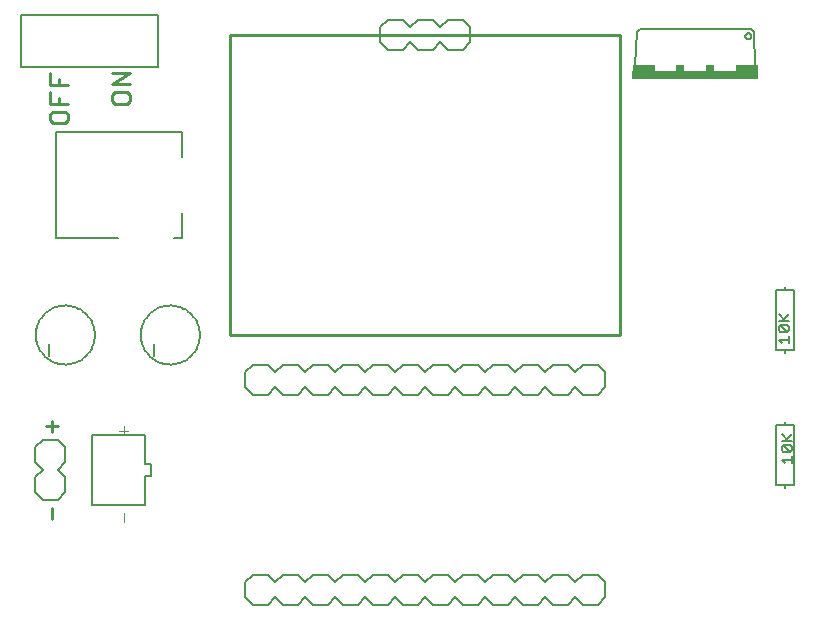
<source format=gto>
G75*
G70*
%OFA0B0*%
%FSLAX24Y24*%
%IPPOS*%
%LPD*%
%AMOC8*
5,1,8,0,0,1.08239X$1,22.5*
%
%ADD10C,0.0110*%
%ADD11C,0.0100*%
%ADD12C,0.0080*%
%ADD13C,0.0050*%
%ADD14R,0.4200X0.0300*%
%ADD15R,0.0750X0.0200*%
%ADD16R,0.0300X0.0200*%
%ADD17C,0.0040*%
%ADD18C,0.0060*%
D10*
X001850Y004180D02*
X001850Y004574D01*
X001852Y007078D02*
X001852Y007472D01*
X001655Y007275D02*
X002049Y007275D01*
X001903Y017380D02*
X002297Y017380D01*
X002395Y017478D01*
X002395Y017675D01*
X002297Y017774D01*
X001903Y017774D01*
X001804Y017675D01*
X001804Y017478D01*
X001903Y017380D01*
X001804Y018025D02*
X001804Y018418D01*
X001804Y018669D02*
X001804Y019063D01*
X002100Y018866D02*
X002100Y018669D01*
X002395Y018669D02*
X001804Y018669D01*
X002100Y018221D02*
X002100Y018025D01*
X002395Y018025D02*
X001804Y018025D01*
X003854Y018128D02*
X003953Y018030D01*
X004347Y018030D01*
X004445Y018128D01*
X004445Y018325D01*
X004347Y018424D01*
X003953Y018424D01*
X003854Y018325D01*
X003854Y018128D01*
X003854Y018675D02*
X004445Y019068D01*
X003854Y019068D01*
X003854Y018675D02*
X004445Y018675D01*
D11*
X007800Y020325D02*
X007800Y010325D01*
X020800Y010325D01*
X020800Y020325D01*
X007800Y020325D01*
D12*
X005389Y020981D02*
X005389Y019269D01*
X000811Y019269D01*
X000811Y020981D01*
X005389Y020981D01*
X006194Y017097D02*
X001981Y017097D01*
X001981Y013553D01*
X004068Y013553D01*
X005918Y013553D02*
X006194Y013553D01*
X006194Y014380D01*
X006194Y016270D02*
X006194Y017097D01*
X012800Y020075D02*
X013050Y019825D01*
X013550Y019825D01*
X013800Y020075D01*
X014050Y019825D01*
X014550Y019825D01*
X014800Y020075D01*
X015050Y019825D01*
X015550Y019825D01*
X015800Y020075D01*
X015800Y020575D01*
X015550Y020825D01*
X015050Y020825D01*
X014800Y020575D01*
X014550Y020825D01*
X014050Y020825D01*
X013800Y020575D01*
X013550Y020825D01*
X013050Y020825D01*
X012800Y020575D01*
X012800Y020075D01*
X026000Y011825D02*
X026300Y011825D01*
X026300Y011925D01*
X026300Y011825D02*
X026600Y011825D01*
X026600Y009825D01*
X026300Y009825D01*
X026300Y009725D01*
X026300Y009825D02*
X026000Y009825D01*
X026000Y011825D01*
X020300Y009075D02*
X020050Y009325D01*
X019550Y009325D01*
X019300Y009075D01*
X019050Y009325D01*
X018550Y009325D01*
X018300Y009075D01*
X018050Y009325D01*
X017550Y009325D01*
X017300Y009075D01*
X017050Y009325D01*
X016550Y009325D01*
X016300Y009075D01*
X016050Y009325D01*
X015550Y009325D01*
X015300Y009075D01*
X015050Y009325D01*
X014550Y009325D01*
X014300Y009075D01*
X014050Y009325D01*
X013550Y009325D01*
X013300Y009075D01*
X013050Y009325D01*
X012550Y009325D01*
X012300Y009075D01*
X012050Y009325D01*
X011550Y009325D01*
X011300Y009075D01*
X011050Y009325D01*
X010550Y009325D01*
X010300Y009075D01*
X010050Y009325D01*
X009550Y009325D01*
X009300Y009075D01*
X009050Y009325D01*
X008550Y009325D01*
X008300Y009075D01*
X008300Y008575D01*
X008550Y008325D01*
X009050Y008325D01*
X009300Y008575D01*
X009550Y008325D01*
X010050Y008325D01*
X010300Y008575D01*
X010550Y008325D01*
X011050Y008325D01*
X011300Y008575D01*
X011550Y008325D01*
X012050Y008325D01*
X012300Y008575D01*
X012550Y008325D01*
X013050Y008325D01*
X013300Y008575D01*
X013550Y008325D01*
X014050Y008325D01*
X014300Y008575D01*
X014550Y008325D01*
X015050Y008325D01*
X015300Y008575D01*
X015550Y008325D01*
X016050Y008325D01*
X016300Y008575D01*
X016550Y008325D01*
X017050Y008325D01*
X017300Y008575D01*
X017550Y008325D01*
X018050Y008325D01*
X018300Y008575D01*
X018550Y008325D01*
X019050Y008325D01*
X019300Y008575D01*
X019550Y008325D01*
X020050Y008325D01*
X020300Y008575D01*
X020300Y009075D01*
X026000Y007325D02*
X026300Y007325D01*
X026300Y007425D01*
X026300Y007325D02*
X026600Y007325D01*
X026600Y005325D01*
X026300Y005325D01*
X026300Y005225D01*
X026300Y005325D02*
X026000Y005325D01*
X026000Y007325D01*
X020300Y002075D02*
X020050Y002325D01*
X019550Y002325D01*
X019300Y002075D01*
X019050Y002325D01*
X018550Y002325D01*
X018300Y002075D01*
X018050Y002325D01*
X017550Y002325D01*
X017300Y002075D01*
X017050Y002325D01*
X016550Y002325D01*
X016300Y002075D01*
X016050Y002325D01*
X015550Y002325D01*
X015300Y002075D01*
X015050Y002325D01*
X014550Y002325D01*
X014300Y002075D01*
X014050Y002325D01*
X013550Y002325D01*
X013300Y002075D01*
X013050Y002325D01*
X012550Y002325D01*
X012300Y002075D01*
X012050Y002325D01*
X011550Y002325D01*
X011300Y002075D01*
X011050Y002325D01*
X010550Y002325D01*
X010300Y002075D01*
X010050Y002325D01*
X009550Y002325D01*
X009300Y002075D01*
X009050Y002325D01*
X008550Y002325D01*
X008300Y002075D01*
X008300Y001575D01*
X008550Y001325D01*
X009050Y001325D01*
X009300Y001575D01*
X009550Y001325D01*
X010050Y001325D01*
X010300Y001575D01*
X010550Y001325D01*
X011050Y001325D01*
X011300Y001575D01*
X011550Y001325D01*
X012050Y001325D01*
X012300Y001575D01*
X012550Y001325D01*
X013050Y001325D01*
X013300Y001575D01*
X013550Y001325D01*
X014050Y001325D01*
X014300Y001575D01*
X014550Y001325D01*
X015050Y001325D01*
X015300Y001575D01*
X015550Y001325D01*
X016050Y001325D01*
X016300Y001575D01*
X016550Y001325D01*
X017050Y001325D01*
X017300Y001575D01*
X017550Y001325D01*
X018050Y001325D01*
X018300Y001575D01*
X018550Y001325D01*
X019050Y001325D01*
X019300Y001575D01*
X019550Y001325D01*
X020050Y001325D01*
X020300Y001575D01*
X020300Y002075D01*
X004816Y010325D02*
X004818Y010387D01*
X004824Y010450D01*
X004834Y010511D01*
X004848Y010572D01*
X004865Y010632D01*
X004886Y010691D01*
X004912Y010748D01*
X004940Y010803D01*
X004972Y010857D01*
X005008Y010908D01*
X005046Y010958D01*
X005088Y011004D01*
X005132Y011048D01*
X005180Y011089D01*
X005229Y011127D01*
X005281Y011161D01*
X005335Y011192D01*
X005391Y011220D01*
X005449Y011244D01*
X005508Y011265D01*
X005568Y011281D01*
X005629Y011294D01*
X005691Y011303D01*
X005753Y011308D01*
X005816Y011309D01*
X005878Y011306D01*
X005940Y011299D01*
X006002Y011288D01*
X006062Y011273D01*
X006122Y011255D01*
X006180Y011233D01*
X006237Y011207D01*
X006292Y011177D01*
X006345Y011144D01*
X006396Y011108D01*
X006444Y011069D01*
X006490Y011026D01*
X006533Y010981D01*
X006573Y010933D01*
X006610Y010883D01*
X006644Y010830D01*
X006675Y010776D01*
X006701Y010720D01*
X006725Y010662D01*
X006744Y010602D01*
X006760Y010542D01*
X006772Y010480D01*
X006780Y010419D01*
X006784Y010356D01*
X006784Y010294D01*
X006780Y010231D01*
X006772Y010170D01*
X006760Y010108D01*
X006744Y010048D01*
X006725Y009988D01*
X006701Y009930D01*
X006675Y009874D01*
X006644Y009820D01*
X006610Y009767D01*
X006573Y009717D01*
X006533Y009669D01*
X006490Y009624D01*
X006444Y009581D01*
X006396Y009542D01*
X006345Y009506D01*
X006292Y009473D01*
X006237Y009443D01*
X006180Y009417D01*
X006122Y009395D01*
X006062Y009377D01*
X006002Y009362D01*
X005940Y009351D01*
X005878Y009344D01*
X005816Y009341D01*
X005753Y009342D01*
X005691Y009347D01*
X005629Y009356D01*
X005568Y009369D01*
X005508Y009385D01*
X005449Y009406D01*
X005391Y009430D01*
X005335Y009458D01*
X005281Y009489D01*
X005229Y009523D01*
X005180Y009561D01*
X005132Y009602D01*
X005088Y009646D01*
X005046Y009692D01*
X005008Y009742D01*
X004972Y009793D01*
X004940Y009847D01*
X004912Y009902D01*
X004886Y009959D01*
X004865Y010018D01*
X004848Y010078D01*
X004834Y010139D01*
X004824Y010200D01*
X004818Y010263D01*
X004816Y010325D01*
X005250Y010025D02*
X005250Y009625D01*
X001316Y010325D02*
X001318Y010387D01*
X001324Y010450D01*
X001334Y010511D01*
X001348Y010572D01*
X001365Y010632D01*
X001386Y010691D01*
X001412Y010748D01*
X001440Y010803D01*
X001472Y010857D01*
X001508Y010908D01*
X001546Y010958D01*
X001588Y011004D01*
X001632Y011048D01*
X001680Y011089D01*
X001729Y011127D01*
X001781Y011161D01*
X001835Y011192D01*
X001891Y011220D01*
X001949Y011244D01*
X002008Y011265D01*
X002068Y011281D01*
X002129Y011294D01*
X002191Y011303D01*
X002253Y011308D01*
X002316Y011309D01*
X002378Y011306D01*
X002440Y011299D01*
X002502Y011288D01*
X002562Y011273D01*
X002622Y011255D01*
X002680Y011233D01*
X002737Y011207D01*
X002792Y011177D01*
X002845Y011144D01*
X002896Y011108D01*
X002944Y011069D01*
X002990Y011026D01*
X003033Y010981D01*
X003073Y010933D01*
X003110Y010883D01*
X003144Y010830D01*
X003175Y010776D01*
X003201Y010720D01*
X003225Y010662D01*
X003244Y010602D01*
X003260Y010542D01*
X003272Y010480D01*
X003280Y010419D01*
X003284Y010356D01*
X003284Y010294D01*
X003280Y010231D01*
X003272Y010170D01*
X003260Y010108D01*
X003244Y010048D01*
X003225Y009988D01*
X003201Y009930D01*
X003175Y009874D01*
X003144Y009820D01*
X003110Y009767D01*
X003073Y009717D01*
X003033Y009669D01*
X002990Y009624D01*
X002944Y009581D01*
X002896Y009542D01*
X002845Y009506D01*
X002792Y009473D01*
X002737Y009443D01*
X002680Y009417D01*
X002622Y009395D01*
X002562Y009377D01*
X002502Y009362D01*
X002440Y009351D01*
X002378Y009344D01*
X002316Y009341D01*
X002253Y009342D01*
X002191Y009347D01*
X002129Y009356D01*
X002068Y009369D01*
X002008Y009385D01*
X001949Y009406D01*
X001891Y009430D01*
X001835Y009458D01*
X001781Y009489D01*
X001729Y009523D01*
X001680Y009561D01*
X001632Y009602D01*
X001588Y009646D01*
X001546Y009692D01*
X001508Y009742D01*
X001472Y009793D01*
X001440Y009847D01*
X001412Y009902D01*
X001386Y009959D01*
X001365Y010018D01*
X001348Y010078D01*
X001334Y010139D01*
X001324Y010200D01*
X001318Y010263D01*
X001316Y010325D01*
X001750Y010025D02*
X001750Y009625D01*
X001550Y006825D02*
X001300Y006575D01*
X001300Y006075D01*
X001550Y005825D01*
X001300Y005575D01*
X001300Y005075D01*
X001550Y004825D01*
X002050Y004825D01*
X002300Y005075D01*
X002300Y005575D01*
X002050Y005825D01*
X002300Y006075D01*
X002300Y006575D01*
X002050Y006825D01*
X001550Y006825D01*
D13*
X003198Y007006D02*
X004969Y007006D01*
X004969Y006022D01*
X005166Y006022D01*
X005166Y005628D01*
X004969Y005628D01*
X004969Y004644D01*
X003198Y004644D01*
X003198Y007006D01*
X021300Y019275D02*
X021350Y020425D01*
X021450Y020525D01*
X025150Y020525D01*
X025250Y020425D01*
X025300Y019275D01*
X024970Y020285D02*
X024972Y020305D01*
X024978Y020323D01*
X024987Y020341D01*
X024999Y020356D01*
X025014Y020368D01*
X025032Y020377D01*
X025050Y020383D01*
X025070Y020385D01*
X025090Y020383D01*
X025108Y020377D01*
X025126Y020368D01*
X025141Y020356D01*
X025153Y020341D01*
X025162Y020323D01*
X025168Y020305D01*
X025170Y020285D01*
X025168Y020265D01*
X025162Y020247D01*
X025153Y020229D01*
X025141Y020214D01*
X025126Y020202D01*
X025108Y020193D01*
X025090Y020187D01*
X025070Y020185D01*
X025050Y020187D01*
X025032Y020193D01*
X025014Y020202D01*
X024999Y020214D01*
X024987Y020229D01*
X024978Y020247D01*
X024972Y020265D01*
X024970Y020285D01*
D14*
X023300Y018975D03*
D15*
X021575Y019225D03*
X025025Y019225D03*
D16*
X023800Y019225D03*
X022800Y019225D03*
D17*
X004403Y007138D02*
X004096Y007138D01*
X004250Y006985D02*
X004250Y007292D01*
X004250Y004392D02*
X004250Y004085D01*
D18*
X026080Y010168D02*
X026420Y010168D01*
X026420Y010055D02*
X026420Y010282D01*
X026363Y010423D02*
X026136Y010423D01*
X026080Y010480D01*
X026080Y010593D01*
X026136Y010650D01*
X026363Y010423D01*
X026420Y010480D01*
X026420Y010593D01*
X026363Y010650D01*
X026136Y010650D01*
X026080Y010792D02*
X026420Y010792D01*
X026307Y010792D02*
X026080Y011018D01*
X026250Y010848D02*
X026420Y011018D01*
X026080Y010168D02*
X026193Y010055D01*
X026180Y007014D02*
X026407Y006787D01*
X026350Y006843D02*
X026520Y007014D01*
X026520Y006787D02*
X026180Y006787D01*
X026236Y006645D02*
X026463Y006418D01*
X026520Y006475D01*
X026520Y006589D01*
X026463Y006645D01*
X026236Y006645D01*
X026180Y006589D01*
X026180Y006475D01*
X026236Y006418D01*
X026463Y006418D01*
X026520Y006277D02*
X026520Y006050D01*
X026520Y006163D02*
X026180Y006163D01*
X026293Y006050D01*
M02*

</source>
